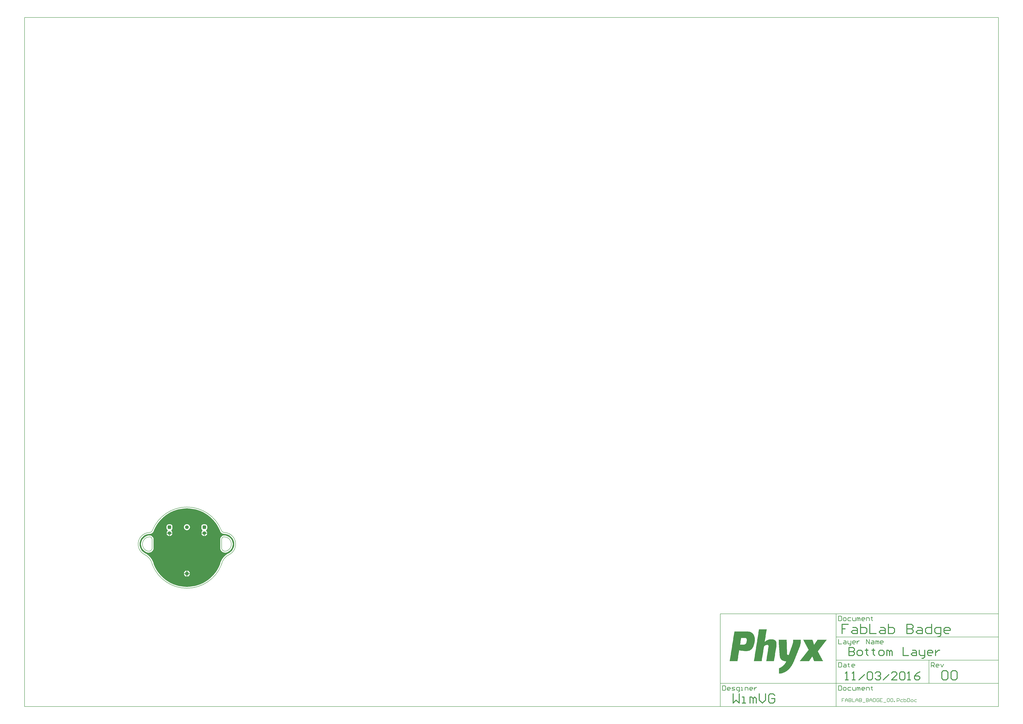
<source format=gbl>
G04 Layer_Physical_Order=2*
G04 Layer_Color=40191*
%FSLAX25Y25*%
%MOIN*%
G70*
G01*
G75*
%ADD11C,0.01575*%
%ADD12C,0.00787*%
%ADD13C,0.00984*%
%ADD14C,0.06299*%
G04:AMPARAMS|DCode=15|XSize=60mil|YSize=60mil|CornerRadius=15mil|HoleSize=0mil|Usage=FLASHONLY|Rotation=90.000|XOffset=0mil|YOffset=0mil|HoleType=Round|Shape=RoundedRectangle|*
%AMROUNDEDRECTD15*
21,1,0.06000,0.03000,0,0,90.0*
21,1,0.03000,0.06000,0,0,90.0*
1,1,0.03000,0.01500,0.01500*
1,1,0.03000,0.01500,-0.01500*
1,1,0.03000,-0.01500,-0.01500*
1,1,0.03000,-0.01500,0.01500*
%
%ADD15ROUNDEDRECTD15*%
%ADD16C,0.06000*%
G36*
X4757Y60440D02*
X9484Y59880D01*
X14153Y58951D01*
X18735Y57659D01*
X23201Y56012D01*
X27524Y54019D01*
X31677Y51693D01*
X35636Y49048D01*
X39374Y46101D01*
X42869Y42869D01*
X46101Y39374D01*
X49048Y35636D01*
X51693Y31677D01*
X54019Y27524D01*
X55576Y24147D01*
X56176Y22697D01*
X56180Y22676D01*
X56188Y22664D01*
X56379Y22139D01*
X57113Y20766D01*
X58100Y19563D01*
X59304Y18575D01*
X60676Y17842D01*
X62166Y17390D01*
X62856Y17313D01*
X63113Y17262D01*
X63257Y17290D01*
X64395Y17226D01*
X64399Y17226D01*
X65374Y17162D01*
X67595Y16720D01*
X69739Y15993D01*
X71770Y14991D01*
X73653Y13733D01*
X75355Y12240D01*
X76848Y10538D01*
X78106Y8655D01*
X79108Y6624D01*
X79835Y4480D01*
X80277Y2259D01*
X80425Y0D01*
X80277Y-2259D01*
X79835Y-4480D01*
X79108Y-6624D01*
X78106Y-8655D01*
X76848Y-10538D01*
X75355Y-12240D01*
X73653Y-13733D01*
X71842Y-14943D01*
X71250Y-15189D01*
X68527Y-16693D01*
X65990Y-18493D01*
X63670Y-20566D01*
X61598Y-22886D01*
X59798Y-25423D01*
X58293Y-28145D01*
X57102Y-31019D01*
X56241Y-34008D01*
X56121Y-34715D01*
X56012Y-35012D01*
X54019Y-39335D01*
X51693Y-43488D01*
X49048Y-47447D01*
X46101Y-51185D01*
X42869Y-54681D01*
X39374Y-57912D01*
X35636Y-60859D01*
X31677Y-63504D01*
X27524Y-65830D01*
X23201Y-67823D01*
X18735Y-69470D01*
X14153Y-70763D01*
X9484Y-71691D01*
X4757Y-72251D01*
X0Y-72438D01*
X-4757Y-72251D01*
X-9484Y-71691D01*
X-14153Y-70763D01*
X-18735Y-69470D01*
X-23201Y-67823D01*
X-27524Y-65830D01*
X-31677Y-63504D01*
X-35636Y-60859D01*
X-39374Y-57912D01*
X-42869Y-54681D01*
X-46101Y-51185D01*
X-49048Y-47447D01*
X-51693Y-43488D01*
X-54019Y-39335D01*
X-56012Y-35012D01*
X-56121Y-34715D01*
X-56241Y-34008D01*
X-57102Y-31019D01*
X-58293Y-28145D01*
X-59798Y-25423D01*
X-61598Y-22886D01*
X-63671Y-20566D01*
X-65990Y-18493D01*
X-68527Y-16693D01*
X-71250Y-15189D01*
X-71842Y-14943D01*
X-73653Y-13733D01*
X-75355Y-12240D01*
X-76848Y-10538D01*
X-78106Y-8655D01*
X-79108Y-6624D01*
X-79835Y-4480D01*
X-80277Y-2259D01*
X-80425Y0D01*
X-80277Y2259D01*
X-79835Y4480D01*
X-79108Y6624D01*
X-78106Y8655D01*
X-76848Y10538D01*
X-75355Y12240D01*
X-73653Y13733D01*
X-71770Y14991D01*
X-69739Y15993D01*
X-67595Y16720D01*
X-65374Y17162D01*
X-64399Y17226D01*
X-64395Y17226D01*
X-63257Y17290D01*
X-63113Y17262D01*
X-62856Y17313D01*
X-62166Y17390D01*
X-60676Y17842D01*
X-59304Y18575D01*
X-58100Y19563D01*
X-57113Y20766D01*
X-56379Y22139D01*
X-56188Y22664D01*
X-56180Y22676D01*
X-56176Y22697D01*
X-55576Y24147D01*
X-54019Y27524D01*
X-51693Y31677D01*
X-49048Y35636D01*
X-46101Y39374D01*
X-42869Y42869D01*
X-39374Y46101D01*
X-35636Y49048D01*
X-31677Y51693D01*
X-27524Y54019D01*
X-23201Y56012D01*
X-18735Y57659D01*
X-14153Y58951D01*
X-9484Y59880D01*
X-4757Y60440D01*
X0Y60627D01*
X4757Y60440D01*
D02*
G37*
%LPC*%
G36*
X591Y-44916D02*
Y-49409D01*
X5085D01*
X4986Y-48664D01*
X4471Y-47419D01*
X3650Y-46350D01*
X2581Y-45529D01*
X1336Y-45014D01*
X591Y-44916D01*
D02*
G37*
G36*
X62992Y14858D02*
X62814Y14823D01*
X62012Y14728D01*
X60762Y14349D01*
X59610Y13733D01*
X58600Y12905D01*
X57772Y11895D01*
X57156Y10743D01*
X56777Y9493D01*
X56649Y8194D01*
X56669Y7987D01*
X56647Y7874D01*
Y-7874D01*
X56830Y-8796D01*
X56892Y-8889D01*
X56989Y-9208D01*
X57786Y-10699D01*
X58859Y-12007D01*
X60167Y-13080D01*
X61659Y-13877D01*
X63277Y-14368D01*
X64961Y-14534D01*
X66644Y-14368D01*
X67527Y-14101D01*
X67682Y-14070D01*
X67688Y-14087D01*
X67851Y-14036D01*
X67914Y-13994D01*
X69737Y-13239D01*
X71725Y-12020D01*
X73498Y-10506D01*
X75012Y-8733D01*
X76231Y-6745D01*
X77123Y-4591D01*
X77667Y-2324D01*
X77850Y0D01*
X77667Y2324D01*
X77123Y4591D01*
X76231Y6745D01*
X75012Y8733D01*
X73498Y10506D01*
X71725Y12020D01*
X69737Y13239D01*
X67584Y14131D01*
X65316Y14675D01*
X62996Y14858D01*
X62996Y14858D01*
X62992Y14858D01*
D02*
G37*
G36*
X-30118Y18032D02*
X-34461D01*
X-34368Y17325D01*
X-33867Y16116D01*
X-33071Y15078D01*
X-32033Y14282D01*
X-30825Y13781D01*
X-30118Y13688D01*
Y18032D01*
D02*
G37*
G36*
X5085Y-50591D02*
X591D01*
Y-55085D01*
X1336Y-54986D01*
X2581Y-54471D01*
X3650Y-53650D01*
X4471Y-52581D01*
X4986Y-51336D01*
X5085Y-50591D01*
D02*
G37*
G36*
X-591Y-44916D02*
X-1336Y-45014D01*
X-2581Y-45529D01*
X-3650Y-46350D01*
X-4471Y-47419D01*
X-4986Y-48664D01*
X-5085Y-49409D01*
X-591D01*
Y-44916D01*
D02*
G37*
G36*
Y-50591D02*
X-5085D01*
X-4986Y-51336D01*
X-4471Y-52581D01*
X-3650Y-53650D01*
X-2581Y-54471D01*
X-1336Y-54986D01*
X-591Y-55085D01*
Y-50591D01*
D02*
G37*
G36*
X28937Y18032D02*
X24594D01*
X24687Y17325D01*
X25188Y16116D01*
X25984Y15078D01*
X27022Y14282D01*
X28231Y13781D01*
X28937Y13688D01*
Y18032D01*
D02*
G37*
G36*
X-28028Y33621D02*
X-31028D01*
X-31933Y33501D01*
X-32777Y33152D01*
X-33501Y32596D01*
X-34057Y31871D01*
X-34407Y31027D01*
X-34526Y30122D01*
Y27122D01*
X-34407Y26217D01*
X-34057Y25373D01*
X-33501Y24648D01*
X-32947Y24223D01*
X-32778Y23426D01*
X-32780Y22389D01*
X-33071Y22166D01*
X-33867Y21128D01*
X-34368Y19919D01*
X-34461Y19213D01*
X-29528D01*
X-24594D01*
X-24687Y19919D01*
X-25188Y21128D01*
X-25984Y22166D01*
X-26275Y22389D01*
X-26277Y23426D01*
X-26108Y24223D01*
X-25554Y24648D01*
X-24998Y25373D01*
X-24648Y26217D01*
X-24529Y27122D01*
Y30122D01*
X-24648Y31027D01*
X-24998Y31871D01*
X-25554Y32596D01*
X-26278Y33152D01*
X-27122Y33501D01*
X-28028Y33621D01*
D02*
G37*
G36*
X31028D02*
X28028D01*
X27122Y33501D01*
X26278Y33152D01*
X25554Y32596D01*
X24998Y31871D01*
X24648Y31027D01*
X24529Y30122D01*
Y27122D01*
X24648Y26217D01*
X24998Y25373D01*
X25554Y24648D01*
X26108Y24223D01*
X26277Y23426D01*
X26275Y22389D01*
X25984Y22166D01*
X25188Y21128D01*
X24687Y19919D01*
X24594Y19213D01*
X29528D01*
X34461D01*
X34368Y19919D01*
X33867Y21128D01*
X33071Y22166D01*
X32780Y22389D01*
X32778Y23426D01*
X32947Y24223D01*
X33501Y24648D01*
X34057Y25373D01*
X34407Y26217D01*
X34526Y27122D01*
Y30122D01*
X34407Y31027D01*
X34057Y31871D01*
X33501Y32596D01*
X32777Y33152D01*
X31933Y33501D01*
X31028Y33621D01*
D02*
G37*
G36*
X0Y33902D02*
X-1336Y33727D01*
X-2581Y33211D01*
X-3650Y32390D01*
X-4471Y31321D01*
X-4986Y30076D01*
X-5162Y28740D01*
X-4986Y27404D01*
X-4471Y26159D01*
X-3650Y25090D01*
X-2581Y24270D01*
X-1336Y23754D01*
X0Y23578D01*
X1336Y23754D01*
X2581Y24270D01*
X3650Y25090D01*
X4471Y26159D01*
X4986Y27404D01*
X5162Y28740D01*
X4986Y30076D01*
X4471Y31321D01*
X3650Y32390D01*
X2581Y33211D01*
X1336Y33727D01*
X0Y33902D01*
D02*
G37*
G36*
X-24594Y18032D02*
X-28937D01*
Y13688D01*
X-28231Y13781D01*
X-27022Y14282D01*
X-25984Y15078D01*
X-25188Y16116D01*
X-24687Y17325D01*
X-24594Y18032D01*
D02*
G37*
G36*
X34461D02*
X30118D01*
Y13688D01*
X30825Y13781D01*
X32033Y14282D01*
X33071Y15078D01*
X33867Y16116D01*
X34368Y17325D01*
X34461Y18032D01*
D02*
G37*
G36*
X-62992Y14858D02*
X-62996Y14858D01*
X-62996D01*
X-65316Y14675D01*
X-67584Y14131D01*
X-69737Y13239D01*
X-71725Y12020D01*
X-73498Y10506D01*
X-75012Y8733D01*
X-76231Y6745D01*
X-77123Y4591D01*
X-77667Y2324D01*
X-77850Y0D01*
X-77667Y-2324D01*
X-77123Y-4591D01*
X-76231Y-6745D01*
X-75012Y-8733D01*
X-73498Y-10506D01*
X-71725Y-12020D01*
X-69737Y-13239D01*
X-67914Y-13994D01*
X-67851Y-14036D01*
X-67688Y-14087D01*
X-67682Y-14070D01*
X-67527Y-14101D01*
X-66644Y-14368D01*
X-64961Y-14534D01*
X-63277Y-14368D01*
X-61659Y-13877D01*
X-60167Y-13080D01*
X-58859Y-12007D01*
X-57786Y-10699D01*
X-56989Y-9208D01*
X-56892Y-8889D01*
X-56830Y-8796D01*
X-56647Y-7874D01*
Y7874D01*
X-56669Y7987D01*
X-56649Y8194D01*
X-56777Y9493D01*
X-57156Y10743D01*
X-57772Y11895D01*
X-58600Y12905D01*
X-59610Y13733D01*
X-60762Y14349D01*
X-62012Y14728D01*
X-62657Y14792D01*
X-62814Y14823D01*
Y14823D01*
X-62992Y14858D01*
D02*
G37*
%LPD*%
G36*
X1042339Y-162457D02*
Y-162743D01*
Y-163030D01*
Y-163316D01*
Y-163602D01*
Y-163889D01*
Y-164175D01*
Y-164461D01*
Y-164748D01*
Y-165034D01*
Y-165320D01*
Y-165607D01*
Y-165893D01*
Y-166179D01*
Y-166466D01*
Y-166752D01*
Y-167038D01*
Y-167324D01*
Y-167611D01*
Y-167897D01*
Y-168183D01*
X1042053D01*
Y-168470D01*
Y-168756D01*
Y-169042D01*
Y-169329D01*
Y-169615D01*
X1041767D01*
Y-169901D01*
Y-170188D01*
Y-170474D01*
Y-170760D01*
X1041481D01*
Y-171047D01*
Y-171333D01*
Y-171619D01*
Y-171906D01*
X1041194D01*
Y-172192D01*
Y-172478D01*
Y-172764D01*
X1040908D01*
Y-173051D01*
Y-173337D01*
Y-173623D01*
X1040622D01*
Y-173910D01*
Y-174196D01*
Y-174482D01*
X1040335D01*
Y-174769D01*
Y-175055D01*
Y-175341D01*
X1040049D01*
Y-175628D01*
Y-175914D01*
X1039763D01*
Y-176200D01*
Y-176487D01*
X1039476D01*
Y-176773D01*
Y-177059D01*
Y-177345D01*
X1039190D01*
Y-177632D01*
Y-177918D01*
X1038904D01*
Y-178204D01*
Y-178491D01*
Y-178777D01*
X1038617D01*
Y-179063D01*
Y-179350D01*
X1038331D01*
Y-179636D01*
Y-179922D01*
Y-180209D01*
X1038045D01*
Y-180495D01*
Y-180781D01*
X1037758D01*
Y-181068D01*
Y-181354D01*
Y-181640D01*
X1037472D01*
Y-181926D01*
Y-182213D01*
X1037186D01*
Y-182499D01*
Y-182785D01*
Y-183072D01*
X1036899D01*
Y-183358D01*
Y-183644D01*
X1036613D01*
Y-183931D01*
Y-184217D01*
Y-184503D01*
X1036327D01*
Y-184790D01*
Y-185076D01*
X1036041D01*
Y-185362D01*
Y-185649D01*
Y-185935D01*
X1035754D01*
Y-186221D01*
Y-186507D01*
X1035468D01*
Y-186794D01*
Y-187080D01*
Y-187366D01*
X1035182D01*
Y-187653D01*
Y-187939D01*
X1034895D01*
Y-188225D01*
Y-188512D01*
Y-188798D01*
X1034609D01*
Y-189084D01*
Y-189371D01*
X1034323D01*
Y-189657D01*
Y-189943D01*
Y-190229D01*
X1034036D01*
Y-190516D01*
Y-190802D01*
X1033750D01*
Y-191088D01*
Y-191375D01*
Y-191661D01*
X1033464D01*
Y-191947D01*
Y-192234D01*
X1033177D01*
Y-192520D01*
Y-192806D01*
Y-193093D01*
X1032891D01*
Y-193379D01*
Y-193665D01*
X1032605D01*
Y-193952D01*
Y-194238D01*
Y-194524D01*
X1032318D01*
Y-194810D01*
Y-195097D01*
X1032032D01*
Y-195383D01*
Y-195669D01*
Y-195956D01*
X1031746D01*
Y-196242D01*
Y-196528D01*
X1031460D01*
Y-196815D01*
Y-197101D01*
Y-197387D01*
X1031173D01*
Y-197674D01*
Y-197960D01*
X1030887D01*
Y-198246D01*
Y-198533D01*
Y-198819D01*
X1030601D01*
Y-199105D01*
Y-199391D01*
X1030314D01*
Y-199678D01*
Y-199964D01*
X1030028D01*
Y-200251D01*
Y-200537D01*
X1029742D01*
Y-200823D01*
Y-201109D01*
Y-201396D01*
X1029455D01*
Y-201682D01*
X1029169D01*
Y-201968D01*
Y-202255D01*
Y-202541D01*
X1028883D01*
Y-202827D01*
X1028596D01*
Y-203114D01*
Y-203400D01*
X1028310D01*
Y-203686D01*
Y-203973D01*
X1028024D01*
Y-204259D01*
Y-204545D01*
X1027738D01*
Y-204832D01*
Y-205118D01*
X1027451D01*
Y-205404D01*
X1027165D01*
Y-205690D01*
Y-205977D01*
X1026879D01*
Y-206263D01*
Y-206549D01*
X1026592D01*
Y-206836D01*
X1026306D01*
Y-207122D01*
X1026020D01*
Y-207408D01*
Y-207695D01*
X1025733D01*
Y-207981D01*
X1025447D01*
Y-208267D01*
Y-208554D01*
X1025161D01*
Y-208840D01*
X1024874D01*
Y-209126D01*
X1024588D01*
Y-209413D01*
Y-209699D01*
X1024302D01*
Y-209985D01*
X1024015D01*
Y-210271D01*
X1023729D01*
Y-210558D01*
X1023443D01*
Y-210844D01*
X1023157D01*
Y-211130D01*
Y-211417D01*
X1022870D01*
Y-211703D01*
X1022584D01*
Y-211989D01*
X1022297D01*
Y-212276D01*
X1022011D01*
Y-212562D01*
X1021725D01*
Y-212848D01*
X1021439D01*
Y-213135D01*
X1021152D01*
Y-213421D01*
X1020580D01*
Y-213707D01*
X1020293D01*
Y-213994D01*
X1020007D01*
Y-214280D01*
X1019721D01*
Y-214566D01*
X1019434D01*
Y-214852D01*
X1018862D01*
Y-215139D01*
X1018575D01*
Y-215425D01*
X1018003D01*
Y-215711D01*
X1017717D01*
Y-215998D01*
X1017144D01*
Y-216284D01*
X1016858D01*
Y-216570D01*
X1016285D01*
Y-216857D01*
X1015712D01*
Y-217143D01*
X1015140D01*
Y-217429D01*
X1014567D01*
Y-217716D01*
X1013995D01*
Y-218002D01*
X1013136D01*
Y-218288D01*
X1012563D01*
Y-218575D01*
X1011704D01*
Y-218861D01*
X1010559D01*
Y-219147D01*
X1009414D01*
Y-219433D01*
X1007696D01*
Y-219720D01*
X1005691D01*
Y-220006D01*
X1005405D01*
Y-219720D01*
Y-219433D01*
Y-219147D01*
Y-218861D01*
Y-218575D01*
Y-218288D01*
Y-218002D01*
Y-217716D01*
Y-217429D01*
Y-217143D01*
Y-216857D01*
Y-216570D01*
Y-216284D01*
Y-215998D01*
Y-215711D01*
Y-215425D01*
Y-215139D01*
Y-214852D01*
Y-214566D01*
Y-214280D01*
Y-213994D01*
Y-213707D01*
Y-213421D01*
Y-213135D01*
Y-212848D01*
Y-212562D01*
Y-212276D01*
Y-211989D01*
Y-211703D01*
Y-211417D01*
Y-211130D01*
Y-210844D01*
Y-210558D01*
X1005978D01*
Y-210271D01*
X1006550D01*
Y-209985D01*
X1007123D01*
Y-209699D01*
X1007696D01*
Y-209413D01*
X1008268D01*
Y-209126D01*
X1008841D01*
Y-208840D01*
X1009127D01*
Y-208554D01*
X1009700D01*
Y-208267D01*
X1009986D01*
Y-207981D01*
X1010559D01*
Y-207695D01*
X1010845D01*
Y-207408D01*
X1011131D01*
Y-207122D01*
X1011704D01*
Y-206836D01*
X1011990D01*
Y-206549D01*
X1012277D01*
Y-206263D01*
X1012563D01*
Y-205977D01*
X1012849D01*
Y-205690D01*
X1013136D01*
Y-205404D01*
X1013422D01*
Y-205118D01*
X1013708D01*
Y-204832D01*
X1013995D01*
Y-204545D01*
X1014281D01*
Y-204259D01*
X1014567D01*
Y-203973D01*
X1014853D01*
Y-203686D01*
Y-203400D01*
X1015140D01*
Y-203114D01*
X1015426D01*
Y-202827D01*
X1015712D01*
Y-202541D01*
Y-202255D01*
X1015999D01*
Y-201968D01*
X1016285D01*
Y-201682D01*
Y-201396D01*
X1016571D01*
Y-201109D01*
Y-200823D01*
X1016858D01*
Y-200537D01*
X1017144D01*
Y-200251D01*
Y-199964D01*
X1017430D01*
Y-199678D01*
Y-199391D01*
X1017717D01*
Y-199105D01*
Y-198819D01*
X1015999D01*
Y-198533D01*
X1013995D01*
Y-198246D01*
X1012849D01*
Y-197960D01*
X1012277D01*
Y-197674D01*
X1011418D01*
Y-197387D01*
X1010845D01*
Y-197101D01*
X1010559D01*
Y-196815D01*
X1009986D01*
Y-196528D01*
X1009700D01*
Y-196242D01*
X1009414D01*
Y-195956D01*
X1009127D01*
Y-195669D01*
X1008841D01*
Y-195383D01*
X1008554D01*
Y-195097D01*
Y-194810D01*
X1008268D01*
Y-194524D01*
X1007982D01*
Y-194238D01*
Y-193952D01*
X1007696D01*
Y-193665D01*
Y-193379D01*
X1007409D01*
Y-193093D01*
Y-192806D01*
X1007123D01*
Y-192520D01*
Y-192234D01*
Y-191947D01*
X1006837D01*
Y-191661D01*
Y-191375D01*
Y-191088D01*
Y-190802D01*
X1006550D01*
Y-190516D01*
Y-190229D01*
Y-189943D01*
Y-189657D01*
Y-189371D01*
Y-189084D01*
Y-188798D01*
X1006264D01*
Y-188512D01*
Y-188225D01*
Y-187939D01*
Y-187653D01*
Y-187366D01*
Y-187080D01*
Y-186794D01*
Y-186507D01*
Y-186221D01*
Y-185935D01*
Y-185649D01*
Y-185362D01*
Y-185076D01*
Y-184790D01*
Y-184503D01*
X1005978D01*
Y-184217D01*
Y-183931D01*
Y-183644D01*
Y-183358D01*
Y-183072D01*
Y-182785D01*
Y-182499D01*
Y-182213D01*
Y-181926D01*
Y-181640D01*
Y-181354D01*
Y-181068D01*
Y-180781D01*
Y-180495D01*
Y-180209D01*
X1005691D01*
Y-179922D01*
Y-179636D01*
Y-179350D01*
Y-179063D01*
Y-178777D01*
Y-178491D01*
Y-178204D01*
Y-177918D01*
Y-177632D01*
Y-177345D01*
Y-177059D01*
Y-176773D01*
Y-176487D01*
Y-176200D01*
Y-175914D01*
Y-175628D01*
X1005405D01*
Y-175341D01*
Y-175055D01*
Y-174769D01*
Y-174482D01*
Y-174196D01*
Y-173910D01*
Y-173623D01*
Y-173337D01*
Y-173051D01*
Y-172764D01*
Y-172478D01*
Y-172192D01*
Y-171906D01*
Y-171619D01*
Y-171333D01*
Y-171047D01*
X1005119D01*
Y-170760D01*
Y-170474D01*
Y-170188D01*
Y-169901D01*
Y-169615D01*
Y-169329D01*
Y-169042D01*
Y-168756D01*
Y-168470D01*
Y-168183D01*
Y-167897D01*
Y-167611D01*
Y-167324D01*
Y-167038D01*
X1004832D01*
Y-166752D01*
Y-166466D01*
Y-166179D01*
Y-165893D01*
Y-165607D01*
Y-165320D01*
Y-165034D01*
Y-164748D01*
Y-164461D01*
Y-164175D01*
Y-163889D01*
Y-163602D01*
Y-163316D01*
Y-163030D01*
Y-162743D01*
Y-162457D01*
X1004546D01*
Y-162171D01*
X1018289D01*
Y-162457D01*
Y-162743D01*
Y-163030D01*
Y-163316D01*
Y-163602D01*
Y-163889D01*
Y-164175D01*
Y-164461D01*
Y-164748D01*
Y-165034D01*
Y-165320D01*
Y-165607D01*
Y-165893D01*
Y-166179D01*
X1018575D01*
Y-166466D01*
Y-166752D01*
Y-167038D01*
Y-167324D01*
Y-167611D01*
Y-167897D01*
Y-168183D01*
Y-168470D01*
Y-168756D01*
Y-169042D01*
Y-169329D01*
Y-169615D01*
Y-169901D01*
Y-170188D01*
Y-170474D01*
Y-170760D01*
Y-171047D01*
Y-171333D01*
Y-171619D01*
Y-171906D01*
Y-172192D01*
Y-172478D01*
Y-172764D01*
Y-173051D01*
Y-173337D01*
Y-173623D01*
Y-173910D01*
Y-174196D01*
Y-174482D01*
Y-174769D01*
Y-175055D01*
Y-175341D01*
Y-175628D01*
Y-175914D01*
Y-176200D01*
Y-176487D01*
Y-176773D01*
Y-177059D01*
Y-177345D01*
Y-177632D01*
Y-177918D01*
X1018862D01*
Y-178204D01*
X1018575D01*
Y-178491D01*
Y-178777D01*
X1018862D01*
Y-179063D01*
Y-179350D01*
Y-179636D01*
Y-179922D01*
Y-180209D01*
Y-180495D01*
Y-180781D01*
Y-181068D01*
Y-181354D01*
Y-181640D01*
Y-181926D01*
Y-182213D01*
Y-182499D01*
Y-182785D01*
Y-183072D01*
Y-183358D01*
Y-183644D01*
Y-183931D01*
Y-184217D01*
Y-184503D01*
Y-184790D01*
Y-185076D01*
Y-185362D01*
Y-185649D01*
Y-185935D01*
Y-186221D01*
X1019148D01*
Y-186507D01*
Y-186794D01*
Y-187080D01*
X1019434D01*
Y-187366D01*
X1019721D01*
Y-187653D01*
X1020007D01*
Y-187939D01*
X1020866D01*
Y-188225D01*
X1021725D01*
Y-187939D01*
X1022011D01*
Y-187653D01*
Y-187366D01*
Y-187080D01*
X1022297D01*
Y-186794D01*
Y-186507D01*
X1022584D01*
Y-186221D01*
Y-185935D01*
Y-185649D01*
X1022870D01*
Y-185362D01*
Y-185076D01*
Y-184790D01*
X1023157D01*
Y-184503D01*
Y-184217D01*
Y-183931D01*
X1023443D01*
Y-183644D01*
Y-183358D01*
Y-183072D01*
X1023729D01*
Y-182785D01*
Y-182499D01*
X1024015D01*
Y-182213D01*
Y-181926D01*
Y-181640D01*
X1024302D01*
Y-181354D01*
Y-181068D01*
Y-180781D01*
X1024588D01*
Y-180495D01*
Y-180209D01*
Y-179922D01*
X1024874D01*
Y-179636D01*
Y-179350D01*
X1025161D01*
Y-179063D01*
Y-178777D01*
Y-178491D01*
X1025447D01*
Y-178204D01*
Y-177918D01*
Y-177632D01*
X1025733D01*
Y-177345D01*
Y-177059D01*
Y-176773D01*
X1026020D01*
Y-176487D01*
Y-176200D01*
X1026306D01*
Y-175914D01*
Y-175628D01*
Y-175341D01*
X1026592D01*
Y-175055D01*
Y-174769D01*
Y-174482D01*
X1026879D01*
Y-174196D01*
Y-173910D01*
Y-173623D01*
X1027165D01*
Y-173337D01*
Y-173051D01*
X1027451D01*
Y-172764D01*
Y-172478D01*
Y-172192D01*
X1027738D01*
Y-171906D01*
Y-171619D01*
Y-171333D01*
X1028024D01*
Y-171047D01*
Y-170760D01*
Y-170474D01*
X1028310D01*
Y-170188D01*
Y-169901D01*
Y-169615D01*
Y-169329D01*
X1028596D01*
Y-169042D01*
Y-168756D01*
Y-168470D01*
Y-168183D01*
X1028883D01*
Y-167897D01*
Y-167611D01*
Y-167324D01*
Y-167038D01*
Y-166752D01*
X1029169D01*
Y-166466D01*
Y-166179D01*
Y-165893D01*
Y-165607D01*
Y-165320D01*
Y-165034D01*
X1029455D01*
Y-164748D01*
Y-164461D01*
Y-164175D01*
Y-163889D01*
Y-163602D01*
Y-163316D01*
Y-163030D01*
Y-162743D01*
Y-162457D01*
Y-162171D01*
X1042339D01*
Y-162457D01*
D02*
G37*
G36*
X984504Y-144992D02*
Y-145278D01*
X984218D01*
Y-145565D01*
Y-145851D01*
Y-146137D01*
Y-146424D01*
Y-146710D01*
Y-146996D01*
X983932D01*
Y-147283D01*
Y-147569D01*
Y-147855D01*
Y-148142D01*
Y-148428D01*
Y-148714D01*
X983645D01*
Y-149001D01*
Y-149287D01*
Y-149573D01*
Y-149859D01*
Y-150146D01*
Y-150432D01*
Y-150718D01*
X983359D01*
Y-151005D01*
Y-151291D01*
Y-151577D01*
Y-151864D01*
Y-152150D01*
Y-152436D01*
X983073D01*
Y-152723D01*
Y-153009D01*
Y-153295D01*
Y-153582D01*
Y-153868D01*
Y-154154D01*
X982786D01*
Y-154440D01*
Y-154727D01*
Y-155013D01*
Y-155299D01*
Y-155586D01*
Y-155872D01*
Y-156158D01*
X982500D01*
Y-156445D01*
Y-156731D01*
Y-157017D01*
Y-157304D01*
Y-157590D01*
Y-157876D01*
X982214D01*
Y-158162D01*
Y-158449D01*
Y-158735D01*
Y-159021D01*
Y-159308D01*
Y-159594D01*
X981927D01*
Y-159880D01*
Y-160167D01*
Y-160453D01*
Y-160739D01*
Y-161026D01*
Y-161312D01*
X981641D01*
Y-161598D01*
Y-161884D01*
Y-162171D01*
Y-162457D01*
Y-162743D01*
Y-163030D01*
Y-163316D01*
X981355D01*
Y-163602D01*
Y-163889D01*
Y-164175D01*
Y-164461D01*
Y-164748D01*
Y-165034D01*
X981069D01*
Y-165320D01*
Y-165607D01*
X981641D01*
Y-165320D01*
X981927D01*
Y-165034D01*
X982214D01*
Y-164748D01*
X982786D01*
Y-164461D01*
X983073D01*
Y-164175D01*
X983359D01*
Y-163889D01*
X983932D01*
Y-163602D01*
X984504D01*
Y-163316D01*
X984791D01*
Y-163030D01*
X985363D01*
Y-162743D01*
X986222D01*
Y-162457D01*
X986795D01*
Y-162171D01*
X987654D01*
Y-161884D01*
X989085D01*
Y-161598D01*
X995384D01*
Y-161884D01*
X996529D01*
Y-162171D01*
X997388D01*
Y-162457D01*
X997961D01*
Y-162743D01*
X998247D01*
Y-163030D01*
X998820D01*
Y-163316D01*
X999106D01*
Y-163602D01*
X999393D01*
Y-163889D01*
X999679D01*
Y-164175D01*
X999965D01*
Y-164461D01*
Y-164748D01*
X1000251D01*
Y-165034D01*
Y-165320D01*
X1000538D01*
Y-165607D01*
Y-165893D01*
Y-166179D01*
X1000824D01*
Y-166466D01*
Y-166752D01*
Y-167038D01*
Y-167324D01*
X1001110D01*
Y-167611D01*
Y-167897D01*
Y-168183D01*
Y-168470D01*
Y-168756D01*
Y-169042D01*
Y-169329D01*
Y-169615D01*
Y-169901D01*
Y-170188D01*
Y-170474D01*
Y-170760D01*
Y-171047D01*
Y-171333D01*
Y-171619D01*
Y-171906D01*
Y-172192D01*
Y-172478D01*
X1000824D01*
Y-172764D01*
Y-173051D01*
Y-173337D01*
Y-173623D01*
Y-173910D01*
Y-174196D01*
Y-174482D01*
X1000538D01*
Y-174769D01*
Y-175055D01*
Y-175341D01*
Y-175628D01*
Y-175914D01*
Y-176200D01*
Y-176487D01*
X1000251D01*
Y-176773D01*
Y-177059D01*
Y-177345D01*
Y-177632D01*
Y-177918D01*
Y-178204D01*
X999965D01*
Y-178491D01*
Y-178777D01*
Y-179063D01*
Y-179350D01*
Y-179636D01*
Y-179922D01*
X999679D01*
Y-180209D01*
Y-180495D01*
Y-180781D01*
Y-181068D01*
Y-181354D01*
Y-181640D01*
X999393D01*
Y-181926D01*
Y-182213D01*
Y-182499D01*
Y-182785D01*
Y-183072D01*
Y-183358D01*
Y-183644D01*
X999106D01*
Y-183931D01*
Y-184217D01*
Y-184503D01*
Y-184790D01*
Y-185076D01*
Y-185362D01*
X998820D01*
Y-185649D01*
Y-185935D01*
Y-186221D01*
Y-186507D01*
Y-186794D01*
Y-187080D01*
X998534D01*
Y-187366D01*
Y-187653D01*
Y-187939D01*
Y-188225D01*
Y-188512D01*
Y-188798D01*
Y-189084D01*
X998247D01*
Y-189371D01*
Y-189657D01*
Y-189943D01*
Y-190229D01*
Y-190516D01*
Y-190802D01*
X997961D01*
Y-191088D01*
Y-191375D01*
Y-191661D01*
Y-191947D01*
Y-192234D01*
Y-192520D01*
X997675D01*
Y-192806D01*
Y-193093D01*
Y-193379D01*
Y-193665D01*
Y-193952D01*
Y-194238D01*
X997388D01*
Y-194524D01*
Y-194810D01*
Y-195097D01*
Y-195383D01*
Y-195669D01*
Y-195956D01*
Y-196242D01*
X997102D01*
Y-196528D01*
Y-196815D01*
Y-197101D01*
Y-197387D01*
Y-197674D01*
Y-197960D01*
X996816D01*
Y-198246D01*
Y-198533D01*
X983645D01*
Y-198246D01*
Y-197960D01*
X983932D01*
Y-197674D01*
Y-197387D01*
Y-197101D01*
Y-196815D01*
Y-196528D01*
Y-196242D01*
X984218D01*
Y-195956D01*
Y-195669D01*
Y-195383D01*
Y-195097D01*
Y-194810D01*
Y-194524D01*
Y-194238D01*
X984504D01*
Y-193952D01*
Y-193665D01*
Y-193379D01*
Y-193093D01*
Y-192806D01*
Y-192520D01*
X984791D01*
Y-192234D01*
Y-191947D01*
Y-191661D01*
Y-191375D01*
Y-191088D01*
Y-190802D01*
X985077D01*
Y-190516D01*
Y-190229D01*
Y-189943D01*
Y-189657D01*
Y-189371D01*
Y-189084D01*
Y-188798D01*
X985363D01*
Y-188512D01*
Y-188225D01*
Y-187939D01*
Y-187653D01*
Y-187366D01*
Y-187080D01*
X985649D01*
Y-186794D01*
Y-186507D01*
Y-186221D01*
Y-185935D01*
Y-185649D01*
Y-185362D01*
Y-185076D01*
X985936D01*
Y-184790D01*
Y-184503D01*
Y-184217D01*
Y-183931D01*
Y-183644D01*
Y-183358D01*
X986222D01*
Y-183072D01*
Y-182785D01*
Y-182499D01*
Y-182213D01*
Y-181926D01*
Y-181640D01*
X986508D01*
Y-181354D01*
Y-181068D01*
Y-180781D01*
Y-180495D01*
Y-180209D01*
Y-179922D01*
X986795D01*
Y-179636D01*
Y-179350D01*
Y-179063D01*
Y-178777D01*
Y-178491D01*
Y-178204D01*
Y-177918D01*
X987081D01*
Y-177632D01*
Y-177345D01*
Y-177059D01*
Y-176773D01*
Y-176487D01*
Y-176200D01*
X987367D01*
Y-175914D01*
Y-175628D01*
Y-175341D01*
Y-175055D01*
Y-174769D01*
Y-174482D01*
Y-174196D01*
X987654D01*
Y-173910D01*
Y-173623D01*
Y-173337D01*
Y-173051D01*
Y-172764D01*
Y-172478D01*
X987367D01*
Y-172192D01*
Y-171906D01*
X987081D01*
Y-171619D01*
X986795D01*
Y-171333D01*
X986222D01*
Y-171047D01*
X984504D01*
Y-171333D01*
X983073D01*
Y-171619D01*
X982214D01*
Y-171906D01*
X981641D01*
Y-172192D01*
X981355D01*
Y-172478D01*
X980782D01*
Y-172764D01*
X980496D01*
Y-173051D01*
X980210D01*
Y-173337D01*
Y-173623D01*
X979923D01*
Y-173910D01*
Y-174196D01*
Y-174482D01*
X979637D01*
Y-174769D01*
Y-175055D01*
Y-175341D01*
Y-175628D01*
Y-175914D01*
Y-176200D01*
X979351D01*
Y-176487D01*
Y-176773D01*
Y-177059D01*
Y-177345D01*
Y-177632D01*
Y-177918D01*
Y-178204D01*
X979064D01*
Y-178491D01*
Y-178777D01*
Y-179063D01*
Y-179350D01*
Y-179636D01*
Y-179922D01*
X978778D01*
Y-180209D01*
Y-180495D01*
Y-180781D01*
Y-181068D01*
Y-181354D01*
Y-181640D01*
X978492D01*
Y-181926D01*
Y-182213D01*
Y-182499D01*
Y-182785D01*
Y-183072D01*
Y-183358D01*
X978205D01*
Y-183644D01*
Y-183931D01*
Y-184217D01*
Y-184503D01*
Y-184790D01*
Y-185076D01*
Y-185362D01*
X977919D01*
Y-185649D01*
Y-185935D01*
Y-186221D01*
Y-186507D01*
Y-186794D01*
Y-187080D01*
X977633D01*
Y-187366D01*
Y-187653D01*
Y-187939D01*
Y-188225D01*
Y-188512D01*
Y-188798D01*
X977346D01*
Y-189084D01*
Y-189371D01*
Y-189657D01*
Y-189943D01*
Y-190229D01*
Y-190516D01*
Y-190802D01*
X977060D01*
Y-191088D01*
Y-191375D01*
Y-191661D01*
Y-191947D01*
Y-192234D01*
Y-192520D01*
X976774D01*
Y-192806D01*
Y-193093D01*
Y-193379D01*
Y-193665D01*
Y-193952D01*
Y-194238D01*
X976488D01*
Y-194524D01*
Y-194810D01*
Y-195097D01*
Y-195383D01*
Y-195669D01*
Y-195956D01*
X976201D01*
Y-196242D01*
Y-196528D01*
Y-196815D01*
Y-197101D01*
Y-197387D01*
Y-197674D01*
Y-197960D01*
X975915D01*
Y-198246D01*
Y-198533D01*
X962745D01*
Y-198246D01*
Y-197960D01*
X963031D01*
Y-197674D01*
Y-197387D01*
Y-197101D01*
Y-196815D01*
Y-196528D01*
Y-196242D01*
Y-195956D01*
X963317D01*
Y-195669D01*
Y-195383D01*
Y-195097D01*
Y-194810D01*
Y-194524D01*
Y-194238D01*
X963603D01*
Y-193952D01*
Y-193665D01*
Y-193379D01*
Y-193093D01*
Y-192806D01*
Y-192520D01*
X963890D01*
Y-192234D01*
Y-191947D01*
Y-191661D01*
Y-191375D01*
Y-191088D01*
Y-190802D01*
Y-190516D01*
X964176D01*
Y-190229D01*
Y-189943D01*
Y-189657D01*
Y-189371D01*
Y-189084D01*
Y-188798D01*
X964462D01*
Y-188512D01*
Y-188225D01*
Y-187939D01*
Y-187653D01*
Y-187366D01*
Y-187080D01*
X964749D01*
Y-186794D01*
Y-186507D01*
Y-186221D01*
Y-185935D01*
Y-185649D01*
Y-185362D01*
X965035D01*
Y-185076D01*
Y-184790D01*
Y-184503D01*
Y-184217D01*
Y-183931D01*
Y-183644D01*
Y-183358D01*
X965321D01*
Y-183072D01*
Y-182785D01*
Y-182499D01*
Y-182213D01*
Y-181926D01*
Y-181640D01*
X965608D01*
Y-181354D01*
Y-181068D01*
Y-180781D01*
Y-180495D01*
Y-180209D01*
Y-179922D01*
X965894D01*
Y-179636D01*
Y-179350D01*
Y-179063D01*
Y-178777D01*
Y-178491D01*
Y-178204D01*
Y-177918D01*
X966180D01*
Y-177632D01*
Y-177345D01*
Y-177059D01*
Y-176773D01*
Y-176487D01*
Y-176200D01*
X966467D01*
Y-175914D01*
Y-175628D01*
Y-175341D01*
Y-175055D01*
Y-174769D01*
Y-174482D01*
X966753D01*
Y-174196D01*
Y-173910D01*
Y-173623D01*
Y-173337D01*
Y-173051D01*
Y-172764D01*
X967039D01*
Y-172478D01*
Y-172192D01*
Y-171906D01*
Y-171619D01*
Y-171333D01*
Y-171047D01*
Y-170760D01*
X967325D01*
Y-170474D01*
Y-170188D01*
Y-169901D01*
Y-169615D01*
Y-169329D01*
Y-169042D01*
X967612D01*
Y-168756D01*
Y-168470D01*
Y-168183D01*
Y-167897D01*
Y-167611D01*
Y-167324D01*
X967898D01*
Y-167038D01*
Y-166752D01*
Y-166466D01*
Y-166179D01*
Y-165893D01*
Y-165607D01*
X968184D01*
Y-165320D01*
Y-165034D01*
Y-164748D01*
Y-164461D01*
Y-164175D01*
Y-163889D01*
Y-163602D01*
X968471D01*
Y-163316D01*
Y-163030D01*
Y-162743D01*
Y-162457D01*
Y-162171D01*
Y-161884D01*
X968757D01*
Y-161598D01*
Y-161312D01*
Y-161026D01*
Y-160739D01*
Y-160453D01*
Y-160167D01*
X969043D01*
Y-159880D01*
Y-159594D01*
Y-159308D01*
Y-159021D01*
Y-158735D01*
Y-158449D01*
Y-158162D01*
X969330D01*
Y-157876D01*
Y-157590D01*
Y-157304D01*
Y-157017D01*
Y-156731D01*
Y-156445D01*
X969616D01*
Y-156158D01*
Y-155872D01*
Y-155586D01*
Y-155299D01*
Y-155013D01*
Y-154727D01*
X969902D01*
Y-154440D01*
Y-154154D01*
Y-153868D01*
Y-153582D01*
Y-153295D01*
Y-153009D01*
X970189D01*
Y-152723D01*
Y-152436D01*
Y-152150D01*
Y-151864D01*
Y-151577D01*
Y-151291D01*
Y-151005D01*
X970475D01*
Y-150718D01*
Y-150432D01*
Y-150146D01*
Y-149859D01*
Y-149573D01*
Y-149287D01*
X970761D01*
Y-149001D01*
Y-148714D01*
Y-148428D01*
Y-148142D01*
Y-147855D01*
Y-147569D01*
X971047D01*
Y-147283D01*
Y-146996D01*
Y-146710D01*
Y-146424D01*
Y-146137D01*
Y-145851D01*
Y-145565D01*
X971334D01*
Y-145278D01*
Y-144992D01*
Y-144706D01*
X984504D01*
Y-144992D01*
D02*
G37*
G36*
X953296Y-148428D02*
X955014D01*
Y-148714D01*
X955873D01*
Y-149001D01*
X956732D01*
Y-149287D01*
X957591D01*
Y-149573D01*
X958164D01*
Y-149859D01*
X958450D01*
Y-150146D01*
X959022D01*
Y-150432D01*
X959309D01*
Y-150718D01*
X959881D01*
Y-151005D01*
X960168D01*
Y-151291D01*
X960454D01*
Y-151577D01*
X960740D01*
Y-151864D01*
X961027D01*
Y-152150D01*
X961313D01*
Y-152436D01*
X961599D01*
Y-152723D01*
Y-153009D01*
X961886D01*
Y-153295D01*
X962172D01*
Y-153582D01*
Y-153868D01*
X962458D01*
Y-154154D01*
X962745D01*
Y-154440D01*
Y-154727D01*
X963031D01*
Y-155013D01*
Y-155299D01*
Y-155586D01*
X963317D01*
Y-155872D01*
Y-156158D01*
Y-156445D01*
X963603D01*
Y-156731D01*
Y-157017D01*
Y-157304D01*
Y-157590D01*
X963890D01*
Y-157876D01*
Y-158162D01*
Y-158449D01*
Y-158735D01*
Y-159021D01*
X964176D01*
Y-159308D01*
Y-159594D01*
Y-159880D01*
Y-160167D01*
Y-160453D01*
Y-160739D01*
Y-161026D01*
Y-161312D01*
Y-161598D01*
Y-161884D01*
Y-162171D01*
Y-162457D01*
Y-162743D01*
Y-163030D01*
Y-163316D01*
Y-163602D01*
Y-163889D01*
Y-164175D01*
Y-164461D01*
Y-164748D01*
X963890D01*
Y-165034D01*
Y-165320D01*
Y-165607D01*
Y-165893D01*
Y-166179D01*
Y-166466D01*
Y-166752D01*
X963603D01*
Y-167038D01*
Y-167324D01*
Y-167611D01*
Y-167897D01*
Y-168183D01*
X963317D01*
Y-168470D01*
Y-168756D01*
Y-169042D01*
Y-169329D01*
Y-169615D01*
X963031D01*
Y-169901D01*
Y-170188D01*
Y-170474D01*
X962745D01*
Y-170760D01*
Y-171047D01*
Y-171333D01*
Y-171619D01*
X962458D01*
Y-171906D01*
Y-172192D01*
Y-172478D01*
X962172D01*
Y-172764D01*
Y-173051D01*
X961886D01*
Y-173337D01*
Y-173623D01*
Y-173910D01*
X961599D01*
Y-174196D01*
Y-174482D01*
X961313D01*
Y-174769D01*
Y-175055D01*
X961027D01*
Y-175341D01*
Y-175628D01*
X960740D01*
Y-175914D01*
X960454D01*
Y-176200D01*
Y-176487D01*
X960168D01*
Y-176773D01*
X959881D01*
Y-177059D01*
X959595D01*
Y-177345D01*
Y-177632D01*
X959309D01*
Y-177918D01*
X959022D01*
Y-178204D01*
X958736D01*
Y-178491D01*
X958450D01*
Y-178777D01*
X958164D01*
Y-179063D01*
X957591D01*
Y-179350D01*
X957304D01*
Y-179636D01*
X956732D01*
Y-179922D01*
X956446D01*
Y-180209D01*
X955873D01*
Y-180495D01*
X955014D01*
Y-180781D01*
X954155D01*
Y-181068D01*
X953296D01*
Y-181354D01*
X951578D01*
Y-181640D01*
X946425D01*
Y-181354D01*
X943848D01*
Y-181068D01*
X941844D01*
Y-180781D01*
X940412D01*
Y-180495D01*
X938980D01*
Y-180209D01*
X937549D01*
Y-180495D01*
Y-180781D01*
Y-181068D01*
Y-181354D01*
Y-181640D01*
Y-181926D01*
Y-182213D01*
X937263D01*
Y-182499D01*
Y-182785D01*
Y-183072D01*
Y-183358D01*
Y-183644D01*
Y-183931D01*
X936976D01*
Y-184217D01*
Y-184503D01*
Y-184790D01*
Y-185076D01*
Y-185362D01*
Y-185649D01*
X936690D01*
Y-185935D01*
Y-186221D01*
Y-186507D01*
Y-186794D01*
Y-187080D01*
Y-187366D01*
Y-187653D01*
X936404D01*
Y-187939D01*
Y-188225D01*
Y-188512D01*
Y-188798D01*
Y-189084D01*
Y-189371D01*
X936117D01*
Y-189657D01*
Y-189943D01*
Y-190229D01*
Y-190516D01*
Y-190802D01*
Y-191088D01*
X935831D01*
Y-191375D01*
Y-191661D01*
Y-191947D01*
Y-192234D01*
Y-192520D01*
Y-192806D01*
Y-193093D01*
X935545D01*
Y-193379D01*
Y-193665D01*
Y-193952D01*
Y-194238D01*
Y-194524D01*
Y-194810D01*
X935258D01*
Y-195097D01*
Y-195383D01*
Y-195669D01*
Y-195956D01*
Y-196242D01*
Y-196528D01*
X934972D01*
Y-196815D01*
Y-197101D01*
Y-197387D01*
Y-197674D01*
Y-197960D01*
Y-198246D01*
Y-198533D01*
X921515D01*
Y-198246D01*
X921802D01*
Y-197960D01*
Y-197674D01*
Y-197387D01*
Y-197101D01*
Y-196815D01*
X922088D01*
Y-196528D01*
Y-196242D01*
Y-195956D01*
Y-195669D01*
Y-195383D01*
Y-195097D01*
Y-194810D01*
X922374D01*
Y-194524D01*
Y-194238D01*
Y-193952D01*
Y-193665D01*
Y-193379D01*
Y-193093D01*
X922661D01*
Y-192806D01*
Y-192520D01*
Y-192234D01*
Y-191947D01*
Y-191661D01*
Y-191375D01*
X922947D01*
Y-191088D01*
Y-190802D01*
Y-190516D01*
Y-190229D01*
Y-189943D01*
Y-189657D01*
Y-189371D01*
X923233D01*
Y-189084D01*
Y-188798D01*
Y-188512D01*
Y-188225D01*
Y-187939D01*
Y-187653D01*
X923520D01*
Y-187366D01*
Y-187080D01*
Y-186794D01*
Y-186507D01*
Y-186221D01*
Y-185935D01*
X923806D01*
Y-185649D01*
Y-185362D01*
Y-185076D01*
Y-184790D01*
Y-184503D01*
Y-184217D01*
X924092D01*
Y-183931D01*
Y-183644D01*
Y-183358D01*
Y-183072D01*
Y-182785D01*
Y-182499D01*
Y-182213D01*
X924378D01*
Y-181926D01*
Y-181640D01*
Y-181354D01*
Y-181068D01*
Y-180781D01*
Y-180495D01*
X924665D01*
Y-180209D01*
Y-179922D01*
Y-179636D01*
Y-179350D01*
Y-179063D01*
Y-178777D01*
X924951D01*
Y-178491D01*
Y-178204D01*
Y-177918D01*
Y-177632D01*
Y-177345D01*
Y-177059D01*
X925237D01*
Y-176773D01*
Y-176487D01*
Y-176200D01*
Y-175914D01*
Y-175628D01*
Y-175341D01*
Y-175055D01*
X925524D01*
Y-174769D01*
Y-174482D01*
Y-174196D01*
Y-173910D01*
Y-173623D01*
Y-173337D01*
X925810D01*
Y-173051D01*
Y-172764D01*
Y-172478D01*
Y-172192D01*
Y-171906D01*
Y-171619D01*
X926096D01*
Y-171333D01*
Y-171047D01*
Y-170760D01*
Y-170474D01*
Y-170188D01*
Y-169901D01*
Y-169615D01*
X926383D01*
Y-169329D01*
Y-169042D01*
Y-168756D01*
Y-168470D01*
Y-168183D01*
Y-167897D01*
X926669D01*
Y-167611D01*
Y-167324D01*
Y-167038D01*
Y-166752D01*
Y-166466D01*
Y-166179D01*
X926955D01*
Y-165893D01*
Y-165607D01*
Y-165320D01*
Y-165034D01*
Y-164748D01*
Y-164461D01*
X927242D01*
Y-164175D01*
Y-163889D01*
Y-163602D01*
Y-163316D01*
Y-163030D01*
Y-162743D01*
Y-162457D01*
X927528D01*
Y-162171D01*
Y-161884D01*
Y-161598D01*
Y-161312D01*
Y-161026D01*
Y-160739D01*
X927814D01*
Y-160453D01*
Y-160167D01*
Y-159880D01*
Y-159594D01*
Y-159308D01*
Y-159021D01*
X928101D01*
Y-158735D01*
Y-158449D01*
Y-158162D01*
Y-157876D01*
Y-157590D01*
Y-157304D01*
Y-157017D01*
X928387D01*
Y-156731D01*
Y-156445D01*
Y-156158D01*
Y-155872D01*
Y-155586D01*
Y-155299D01*
X928673D01*
Y-155013D01*
Y-154727D01*
Y-154440D01*
Y-154154D01*
Y-153868D01*
Y-153582D01*
X928959D01*
Y-153295D01*
Y-153009D01*
Y-152723D01*
Y-152436D01*
Y-152150D01*
Y-151864D01*
Y-151577D01*
X929246D01*
Y-151291D01*
Y-151005D01*
Y-150718D01*
Y-150432D01*
Y-150146D01*
Y-149859D01*
X929532D01*
Y-149573D01*
Y-149287D01*
Y-149001D01*
Y-148714D01*
Y-148428D01*
Y-148142D01*
X953296D01*
Y-148428D01*
D02*
G37*
G36*
X1086432Y-162457D02*
X1086145D01*
Y-162743D01*
X1085859D01*
Y-163030D01*
Y-163316D01*
X1085573D01*
Y-163602D01*
X1085286D01*
Y-163889D01*
X1085000D01*
Y-164175D01*
Y-164461D01*
X1084714D01*
Y-164748D01*
X1084427D01*
Y-165034D01*
X1084141D01*
Y-165320D01*
X1083855D01*
Y-165607D01*
Y-165893D01*
X1083568D01*
Y-166179D01*
X1083282D01*
Y-166466D01*
X1082996D01*
Y-166752D01*
Y-167038D01*
X1082710D01*
Y-167324D01*
X1082423D01*
Y-167611D01*
X1082137D01*
Y-167897D01*
X1081851D01*
Y-168183D01*
Y-168470D01*
X1081564D01*
Y-168756D01*
X1081278D01*
Y-169042D01*
X1080992D01*
Y-169329D01*
Y-169615D01*
X1080705D01*
Y-169901D01*
X1080419D01*
Y-170188D01*
X1080133D01*
Y-170474D01*
Y-170760D01*
X1079846D01*
Y-171047D01*
X1079560D01*
Y-171333D01*
X1079274D01*
Y-171619D01*
X1078988D01*
Y-171906D01*
Y-172192D01*
X1078701D01*
Y-172478D01*
X1078415D01*
Y-172764D01*
X1078129D01*
Y-173051D01*
Y-173337D01*
X1077842D01*
Y-173623D01*
X1077556D01*
Y-173910D01*
X1077270D01*
Y-174196D01*
Y-174482D01*
X1076983D01*
Y-174769D01*
X1076697D01*
Y-175055D01*
X1076411D01*
Y-175341D01*
X1076124D01*
Y-175628D01*
Y-175914D01*
X1075838D01*
Y-176200D01*
X1075552D01*
Y-176487D01*
X1075265D01*
Y-176773D01*
Y-177059D01*
X1074979D01*
Y-177345D01*
X1074693D01*
Y-177632D01*
X1074407D01*
Y-177918D01*
Y-178204D01*
X1074120D01*
Y-178491D01*
X1073834D01*
Y-178777D01*
X1073547D01*
Y-179063D01*
X1073261D01*
Y-179350D01*
Y-179636D01*
X1072975D01*
Y-179922D01*
X1072689D01*
Y-180209D01*
X1072402D01*
Y-180495D01*
Y-180781D01*
X1072116D01*
Y-181068D01*
X1071830D01*
Y-181354D01*
X1071543D01*
Y-181640D01*
X1071257D01*
Y-181926D01*
Y-182213D01*
X1071543D01*
Y-182499D01*
Y-182785D01*
X1071830D01*
Y-183072D01*
Y-183358D01*
X1072116D01*
Y-183644D01*
X1072402D01*
Y-183931D01*
Y-184217D01*
X1072689D01*
Y-184503D01*
Y-184790D01*
X1072975D01*
Y-185076D01*
Y-185362D01*
X1073261D01*
Y-185649D01*
Y-185935D01*
X1073547D01*
Y-186221D01*
Y-186507D01*
X1073834D01*
Y-186794D01*
Y-187080D01*
X1074120D01*
Y-187366D01*
Y-187653D01*
X1074407D01*
Y-187939D01*
Y-188225D01*
X1074693D01*
Y-188512D01*
X1074979D01*
Y-188798D01*
Y-189084D01*
X1075265D01*
Y-189371D01*
Y-189657D01*
X1075552D01*
Y-189943D01*
Y-190229D01*
X1075838D01*
Y-190516D01*
Y-190802D01*
X1076124D01*
Y-191088D01*
Y-191375D01*
X1076411D01*
Y-191661D01*
Y-191947D01*
X1076697D01*
Y-192234D01*
Y-192520D01*
X1076983D01*
Y-192806D01*
X1077270D01*
Y-193093D01*
Y-193379D01*
X1077556D01*
Y-193665D01*
Y-193952D01*
X1077842D01*
Y-194238D01*
Y-194524D01*
X1078129D01*
Y-194810D01*
Y-195097D01*
X1078415D01*
Y-195383D01*
Y-195669D01*
X1078701D01*
Y-195956D01*
Y-196242D01*
X1078988D01*
Y-196528D01*
Y-196815D01*
X1079274D01*
Y-197101D01*
X1079560D01*
Y-197387D01*
Y-197674D01*
X1079846D01*
Y-197960D01*
Y-198246D01*
X1080133D01*
Y-198533D01*
X1064958D01*
Y-198246D01*
X1064672D01*
Y-197960D01*
Y-197674D01*
Y-197387D01*
X1064386D01*
Y-197101D01*
Y-196815D01*
Y-196528D01*
X1064099D01*
Y-196242D01*
Y-195956D01*
X1063813D01*
Y-195669D01*
Y-195383D01*
Y-195097D01*
X1063527D01*
Y-194810D01*
Y-194524D01*
Y-194238D01*
X1063240D01*
Y-193952D01*
Y-193665D01*
X1062954D01*
Y-193379D01*
Y-193093D01*
Y-192806D01*
X1062668D01*
Y-192520D01*
Y-192234D01*
Y-191947D01*
X1062381D01*
Y-191661D01*
Y-191375D01*
Y-191088D01*
X1062095D01*
Y-190802D01*
X1061522D01*
Y-191088D01*
Y-191375D01*
X1061236D01*
Y-191661D01*
X1060950D01*
Y-191947D01*
Y-192234D01*
X1060664D01*
Y-192520D01*
X1060377D01*
Y-192806D01*
Y-193093D01*
X1060091D01*
Y-193379D01*
X1059805D01*
Y-193665D01*
Y-193952D01*
X1059518D01*
Y-194238D01*
X1059232D01*
Y-194524D01*
X1058946D01*
Y-194810D01*
Y-195097D01*
X1058659D01*
Y-195383D01*
X1058373D01*
Y-195669D01*
Y-195956D01*
X1058087D01*
Y-196242D01*
X1057800D01*
Y-196528D01*
Y-196815D01*
X1057514D01*
Y-197101D01*
X1057228D01*
Y-197387D01*
Y-197674D01*
X1056941D01*
Y-197960D01*
X1056655D01*
Y-198246D01*
Y-198533D01*
X1040622D01*
Y-198246D01*
X1040908D01*
Y-197960D01*
X1041194D01*
Y-197674D01*
X1041481D01*
Y-197387D01*
X1041767D01*
Y-197101D01*
Y-196815D01*
X1042053D01*
Y-196528D01*
X1042339D01*
Y-196242D01*
X1042626D01*
Y-195956D01*
X1042912D01*
Y-195669D01*
Y-195383D01*
X1043198D01*
Y-195097D01*
X1043485D01*
Y-194810D01*
X1043771D01*
Y-194524D01*
Y-194238D01*
X1044057D01*
Y-193952D01*
X1044344D01*
Y-193665D01*
X1044630D01*
Y-193379D01*
X1044916D01*
Y-193093D01*
Y-192806D01*
X1045203D01*
Y-192520D01*
X1045489D01*
Y-192234D01*
X1045775D01*
Y-191947D01*
X1046062D01*
Y-191661D01*
Y-191375D01*
X1046348D01*
Y-191088D01*
X1046634D01*
Y-190802D01*
X1046920D01*
Y-190516D01*
Y-190229D01*
X1047207D01*
Y-189943D01*
X1047493D01*
Y-189657D01*
X1047779D01*
Y-189371D01*
X1048066D01*
Y-189084D01*
Y-188798D01*
X1048352D01*
Y-188512D01*
X1048638D01*
Y-188225D01*
X1048925D01*
Y-187939D01*
Y-187653D01*
X1049211D01*
Y-187366D01*
X1049497D01*
Y-187080D01*
X1049784D01*
Y-186794D01*
X1050070D01*
Y-186507D01*
Y-186221D01*
X1050356D01*
Y-185935D01*
X1050642D01*
Y-185649D01*
X1050929D01*
Y-185362D01*
Y-185076D01*
X1051215D01*
Y-184790D01*
X1051501D01*
Y-184503D01*
X1051788D01*
Y-184217D01*
X1052074D01*
Y-183931D01*
Y-183644D01*
X1052360D01*
Y-183358D01*
X1052647D01*
Y-183072D01*
X1052933D01*
Y-182785D01*
X1053219D01*
Y-182499D01*
Y-182213D01*
X1053506D01*
Y-181926D01*
X1053792D01*
Y-181640D01*
X1054078D01*
Y-181354D01*
Y-181068D01*
X1054365D01*
Y-180781D01*
X1054651D01*
Y-180495D01*
X1054937D01*
Y-180209D01*
X1055223D01*
Y-179922D01*
Y-179636D01*
X1055510D01*
Y-179350D01*
Y-179063D01*
Y-178777D01*
X1055223D01*
Y-178491D01*
X1054937D01*
Y-178204D01*
Y-177918D01*
X1054651D01*
Y-177632D01*
Y-177345D01*
X1054365D01*
Y-177059D01*
Y-176773D01*
X1054078D01*
Y-176487D01*
Y-176200D01*
X1053792D01*
Y-175914D01*
Y-175628D01*
X1053506D01*
Y-175341D01*
Y-175055D01*
X1053219D01*
Y-174769D01*
X1052933D01*
Y-174482D01*
Y-174196D01*
X1052647D01*
Y-173910D01*
Y-173623D01*
X1052360D01*
Y-173337D01*
Y-173051D01*
X1052074D01*
Y-172764D01*
Y-172478D01*
X1051788D01*
Y-172192D01*
Y-171906D01*
X1051501D01*
Y-171619D01*
Y-171333D01*
X1051215D01*
Y-171047D01*
X1050929D01*
Y-170760D01*
Y-170474D01*
X1050642D01*
Y-170188D01*
Y-169901D01*
X1050356D01*
Y-169615D01*
Y-169329D01*
X1050070D01*
Y-169042D01*
Y-168756D01*
X1049784D01*
Y-168470D01*
Y-168183D01*
X1049497D01*
Y-167897D01*
Y-167611D01*
X1049211D01*
Y-167324D01*
Y-167038D01*
X1048925D01*
Y-166752D01*
X1048638D01*
Y-166466D01*
Y-166179D01*
X1048352D01*
Y-165893D01*
Y-165607D01*
X1048066D01*
Y-165320D01*
Y-165034D01*
X1047779D01*
Y-164748D01*
Y-164461D01*
X1047493D01*
Y-164175D01*
Y-163889D01*
X1047207D01*
Y-163602D01*
Y-163316D01*
X1046920D01*
Y-163030D01*
X1046634D01*
Y-162743D01*
Y-162457D01*
X1046348D01*
Y-162171D01*
X1062095D01*
Y-162457D01*
X1062381D01*
Y-162743D01*
Y-163030D01*
Y-163316D01*
X1062668D01*
Y-163602D01*
Y-163889D01*
Y-164175D01*
X1062954D01*
Y-164461D01*
Y-164748D01*
Y-165034D01*
X1063240D01*
Y-165320D01*
Y-165607D01*
Y-165893D01*
X1063527D01*
Y-166179D01*
Y-166466D01*
Y-166752D01*
X1063813D01*
Y-167038D01*
Y-167324D01*
Y-167611D01*
X1064099D01*
Y-167897D01*
Y-168183D01*
Y-168470D01*
X1064386D01*
Y-168756D01*
Y-169042D01*
Y-169329D01*
X1064672D01*
Y-169615D01*
Y-169901D01*
Y-170188D01*
Y-170474D01*
X1065244D01*
Y-170188D01*
X1065531D01*
Y-169901D01*
X1065817D01*
Y-169615D01*
Y-169329D01*
X1066103D01*
Y-169042D01*
X1066390D01*
Y-168756D01*
Y-168470D01*
X1066676D01*
Y-168183D01*
X1066962D01*
Y-167897D01*
Y-167611D01*
X1067249D01*
Y-167324D01*
X1067535D01*
Y-167038D01*
Y-166752D01*
X1067821D01*
Y-166466D01*
X1068108D01*
Y-166179D01*
Y-165893D01*
X1068394D01*
Y-165607D01*
X1068680D01*
Y-165320D01*
Y-165034D01*
X1068966D01*
Y-164748D01*
X1069253D01*
Y-164461D01*
Y-164175D01*
X1069539D01*
Y-163889D01*
X1069825D01*
Y-163602D01*
Y-163316D01*
X1070112D01*
Y-163030D01*
X1070398D01*
Y-162743D01*
Y-162457D01*
X1070684D01*
Y-162171D01*
X1086432D01*
Y-162457D01*
D02*
G37*
%LPC*%
G36*
X949001Y-159308D02*
X940985D01*
Y-159594D01*
Y-159880D01*
Y-160167D01*
Y-160453D01*
Y-160739D01*
X940698D01*
Y-161026D01*
Y-161312D01*
Y-161598D01*
Y-161884D01*
Y-162171D01*
Y-162457D01*
X940412D01*
Y-162743D01*
Y-163030D01*
Y-163316D01*
Y-163602D01*
Y-163889D01*
Y-164175D01*
X940126D01*
Y-164461D01*
Y-164748D01*
Y-165034D01*
Y-165320D01*
Y-165607D01*
Y-165893D01*
X939839D01*
Y-166179D01*
Y-166466D01*
Y-166752D01*
Y-167038D01*
Y-167324D01*
Y-167611D01*
Y-167897D01*
X939553D01*
Y-168183D01*
Y-168470D01*
Y-168756D01*
Y-169042D01*
Y-169329D01*
Y-169615D01*
X939267D01*
Y-169901D01*
Y-170188D01*
Y-170474D01*
X946425D01*
Y-170188D01*
X947570D01*
Y-169901D01*
X948143D01*
Y-169615D01*
X948429D01*
Y-169329D01*
X948715D01*
Y-169042D01*
X949001D01*
Y-168756D01*
X949288D01*
Y-168470D01*
Y-168183D01*
X949574D01*
Y-167897D01*
Y-167611D01*
X949860D01*
Y-167324D01*
Y-167038D01*
X950147D01*
Y-166752D01*
Y-166466D01*
Y-166179D01*
Y-165893D01*
X950433D01*
Y-165607D01*
Y-165320D01*
Y-165034D01*
Y-164748D01*
Y-164461D01*
X950719D01*
Y-164175D01*
Y-163889D01*
Y-163602D01*
Y-163316D01*
Y-163030D01*
Y-162743D01*
Y-162457D01*
Y-162171D01*
Y-161884D01*
Y-161598D01*
Y-161312D01*
X950433D01*
Y-161026D01*
Y-160739D01*
X950147D01*
Y-160453D01*
Y-160167D01*
X949860D01*
Y-159880D01*
X949574D01*
Y-159594D01*
X949001D01*
Y-159308D01*
D02*
G37*
%LPD*%
D11*
X1124016Y-175201D02*
Y-188976D01*
X1130903D01*
X1133199Y-186680D01*
Y-184385D01*
X1130903Y-182089D01*
X1124016D01*
X1130903D01*
X1133199Y-179793D01*
Y-177497D01*
X1130903Y-175201D01*
X1124016D01*
X1140087Y-188976D02*
X1144678D01*
X1146974Y-186680D01*
Y-182089D01*
X1144678Y-179793D01*
X1140087D01*
X1137791Y-182089D01*
Y-186680D01*
X1140087Y-188976D01*
X1153862Y-177497D02*
Y-179793D01*
X1151566D01*
X1156158D01*
X1153862D01*
Y-186680D01*
X1156158Y-188976D01*
X1165341Y-177497D02*
Y-179793D01*
X1163045D01*
X1167637D01*
X1165341D01*
Y-186680D01*
X1167637Y-188976D01*
X1176820D02*
X1181412D01*
X1183708Y-186680D01*
Y-182089D01*
X1181412Y-179793D01*
X1176820D01*
X1174524Y-182089D01*
Y-186680D01*
X1176820Y-188976D01*
X1188299D02*
Y-179793D01*
X1190595D01*
X1192891Y-182089D01*
Y-188976D01*
Y-182089D01*
X1195187Y-179793D01*
X1197483Y-182089D01*
Y-188976D01*
X1215850Y-175201D02*
Y-188976D01*
X1225033D01*
X1231921Y-179793D02*
X1236512D01*
X1238808Y-182089D01*
Y-188976D01*
X1231921D01*
X1229625Y-186680D01*
X1231921Y-184385D01*
X1238808D01*
X1243400Y-179793D02*
Y-186680D01*
X1245696Y-188976D01*
X1252583D01*
Y-191272D01*
X1250287Y-193568D01*
X1247991D01*
X1252583Y-188976D02*
Y-179793D01*
X1264062Y-188976D02*
X1259471D01*
X1257175Y-186680D01*
Y-182089D01*
X1259471Y-179793D01*
X1264062D01*
X1266358Y-182089D01*
Y-184385D01*
X1257175D01*
X1270950Y-179793D02*
Y-188976D01*
Y-184385D01*
X1273246Y-182089D01*
X1275542Y-179793D01*
X1277837D01*
X1122700Y-135832D02*
X1112205D01*
Y-143703D01*
X1117452D01*
X1112205D01*
Y-151575D01*
X1130571Y-141079D02*
X1135819D01*
X1138443Y-143703D01*
Y-151575D01*
X1130571D01*
X1127948Y-148951D01*
X1130571Y-146327D01*
X1138443D01*
X1143691Y-135832D02*
Y-151575D01*
X1151562D01*
X1154186Y-148951D01*
Y-146327D01*
Y-143703D01*
X1151562Y-141079D01*
X1143691D01*
X1159433Y-135832D02*
Y-151575D01*
X1169929D01*
X1177800Y-141079D02*
X1183048D01*
X1185672Y-143703D01*
Y-151575D01*
X1177800D01*
X1175177Y-148951D01*
X1177800Y-146327D01*
X1185672D01*
X1190919Y-135832D02*
Y-151575D01*
X1198791D01*
X1201415Y-148951D01*
Y-146327D01*
Y-143703D01*
X1198791Y-141079D01*
X1190919D01*
X1222405Y-135832D02*
Y-151575D01*
X1230277D01*
X1232901Y-148951D01*
Y-146327D01*
X1230277Y-143703D01*
X1222405D01*
X1230277D01*
X1232901Y-141079D01*
Y-138456D01*
X1230277Y-135832D01*
X1222405D01*
X1240772Y-141079D02*
X1246020D01*
X1248643Y-143703D01*
Y-151575D01*
X1240772D01*
X1238148Y-148951D01*
X1240772Y-146327D01*
X1248643D01*
X1264386Y-135832D02*
Y-151575D01*
X1256515D01*
X1253891Y-148951D01*
Y-143703D01*
X1256515Y-141079D01*
X1264386D01*
X1274882Y-156823D02*
X1277506D01*
X1280129Y-154199D01*
Y-141079D01*
X1272258D01*
X1269634Y-143703D01*
Y-148951D01*
X1272258Y-151575D01*
X1280129D01*
X1293248D02*
X1288001D01*
X1285377Y-148951D01*
Y-143703D01*
X1288001Y-141079D01*
X1293248D01*
X1295872Y-143703D01*
Y-146327D01*
X1285377D01*
X1118110Y-230315D02*
X1122702D01*
X1120406D01*
Y-216540D01*
X1118110Y-218836D01*
X1129589Y-230315D02*
X1134181D01*
X1131885D01*
Y-216540D01*
X1129589Y-218836D01*
X1141069Y-230315D02*
X1150252Y-221132D01*
X1154844Y-218836D02*
X1157140Y-216540D01*
X1161731D01*
X1164027Y-218836D01*
Y-228019D01*
X1161731Y-230315D01*
X1157140D01*
X1154844Y-228019D01*
Y-218836D01*
X1168619D02*
X1170915Y-216540D01*
X1175506D01*
X1177802Y-218836D01*
Y-221132D01*
X1175506Y-223427D01*
X1173211D01*
X1175506D01*
X1177802Y-225723D01*
Y-228019D01*
X1175506Y-230315D01*
X1170915D01*
X1168619Y-228019D01*
X1182394Y-230315D02*
X1191577Y-221132D01*
X1205352Y-230315D02*
X1196169D01*
X1205352Y-221132D01*
Y-218836D01*
X1203057Y-216540D01*
X1198465D01*
X1196169Y-218836D01*
X1209944D02*
X1212240Y-216540D01*
X1216832D01*
X1219127Y-218836D01*
Y-228019D01*
X1216832Y-230315D01*
X1212240D01*
X1209944Y-228019D01*
Y-218836D01*
X1223719Y-230315D02*
X1228311D01*
X1226015D01*
Y-216540D01*
X1223719Y-218836D01*
X1244382Y-216540D02*
X1239790Y-218836D01*
X1235198Y-223427D01*
Y-228019D01*
X1237494Y-230315D01*
X1242086D01*
X1244382Y-228019D01*
Y-225723D01*
X1242086Y-223427D01*
X1235198D01*
X1281496Y-217196D02*
X1284120Y-214572D01*
X1289367D01*
X1291991Y-217196D01*
Y-227691D01*
X1289367Y-230315D01*
X1284120D01*
X1281496Y-227691D01*
Y-217196D01*
X1297239D02*
X1299863Y-214572D01*
X1305110D01*
X1307734Y-217196D01*
Y-227691D01*
X1305110Y-230315D01*
X1299863D01*
X1297239Y-227691D01*
Y-217196D01*
X927165Y-253942D02*
Y-269685D01*
X932413Y-264437D01*
X937661Y-269685D01*
Y-253942D01*
X942908Y-269685D02*
X948156D01*
X945532D01*
Y-259190D01*
X942908D01*
X956027Y-269685D02*
Y-259190D01*
X958651D01*
X961275Y-261814D01*
Y-269685D01*
Y-261814D01*
X963899Y-259190D01*
X966523Y-261814D01*
Y-269685D01*
X971770Y-253942D02*
Y-264437D01*
X977018Y-269685D01*
X982266Y-264437D01*
Y-253942D01*
X998009Y-256566D02*
X995385Y-253942D01*
X990137D01*
X987513Y-256566D01*
Y-267061D01*
X990137Y-269685D01*
X995385D01*
X998009Y-267061D01*
Y-261814D01*
X992761D01*
D12*
X66929Y-11811D02*
G03*
X62992Y12450I-3937J11811D01*
G01*
D02*
G03*
X59055Y7874I319J-4256D01*
G01*
Y-7874D02*
G03*
X66929Y-11811I5906J1969D01*
G01*
X-66929D02*
G03*
X-59055Y-7874I1969J5906D01*
G01*
Y7874D02*
G03*
X-62992Y12450I-4256J319D01*
G01*
D02*
G03*
X-66929Y-11811I0J-12450D01*
G01*
X72958Y-17048D02*
G03*
X63115Y19685I-9843J17048D01*
G01*
X72958Y-17048D02*
G03*
X58405Y-35408I10328J-23133D01*
G01*
X-58405D02*
G03*
X-72958Y-17048I-24880J-4773D01*
G01*
X-58405Y-35408D02*
G03*
X58405Y-35408I58405J23597D01*
G01*
X-63115Y19685D02*
G03*
X-72958Y-17048I0J-19685D01*
G01*
X-63113Y19670D02*
G03*
X-58405Y23597I-602J5507D01*
G01*
X58405D02*
G03*
X63113Y19670I5310J1580D01*
G01*
X58405Y23597D02*
G03*
X-58405Y23597I-58405J-23597D01*
G01*
X59055Y-7874D02*
Y7874D01*
X-59055Y-7874D02*
Y7874D01*
X-275590Y-275590D02*
X1377953D01*
X-275590D02*
Y893701D01*
X1377953Y-275590D02*
Y893701D01*
X-275590D02*
X1377953D01*
X1102362Y-275590D02*
Y-118110D01*
X905512Y-275590D02*
Y-118110D01*
X1377953D01*
X905512Y-236221D02*
X1377953D01*
X1102362Y-196850D02*
X1377953D01*
X1102362Y-157480D02*
X1377953D01*
X1259842Y-236221D02*
Y-196850D01*
X1116140Y-261813D02*
X1112205D01*
Y-264765D01*
X1114173D01*
X1112205D01*
Y-267717D01*
X1118108D02*
Y-263781D01*
X1120076Y-261813D01*
X1122044Y-263781D01*
Y-267717D01*
Y-264765D01*
X1118108D01*
X1124012Y-261813D02*
Y-267717D01*
X1126964D01*
X1127948Y-266733D01*
Y-265749D01*
X1126964Y-264765D01*
X1124012D01*
X1126964D01*
X1127948Y-263781D01*
Y-262797D01*
X1126964Y-261813D01*
X1124012D01*
X1129916D02*
Y-267717D01*
X1133851D01*
X1135819D02*
Y-263781D01*
X1137787Y-261813D01*
X1139755Y-263781D01*
Y-267717D01*
Y-264765D01*
X1135819D01*
X1141723Y-261813D02*
Y-267717D01*
X1144674D01*
X1145658Y-266733D01*
Y-265749D01*
X1144674Y-264765D01*
X1141723D01*
X1144674D01*
X1145658Y-263781D01*
Y-262797D01*
X1144674Y-261813D01*
X1141723D01*
X1147626Y-268701D02*
X1151562D01*
X1153530Y-261813D02*
Y-267717D01*
X1156482D01*
X1157466Y-266733D01*
Y-265749D01*
X1156482Y-264765D01*
X1153530D01*
X1156482D01*
X1157466Y-263781D01*
Y-262797D01*
X1156482Y-261813D01*
X1153530D01*
X1159433Y-267717D02*
Y-263781D01*
X1161401Y-261813D01*
X1163369Y-263781D01*
Y-267717D01*
Y-264765D01*
X1159433D01*
X1165337Y-261813D02*
Y-267717D01*
X1168289D01*
X1169273Y-266733D01*
Y-262797D01*
X1168289Y-261813D01*
X1165337D01*
X1175176Y-262797D02*
X1174193Y-261813D01*
X1172225D01*
X1171241Y-262797D01*
Y-266733D01*
X1172225Y-267717D01*
X1174193D01*
X1175176Y-266733D01*
Y-264765D01*
X1173209D01*
X1181080Y-261813D02*
X1177144D01*
Y-267717D01*
X1181080D01*
X1177144Y-264765D02*
X1179112D01*
X1183048Y-268701D02*
X1186984D01*
X1188951Y-262797D02*
X1189935Y-261813D01*
X1191903D01*
X1192887Y-262797D01*
Y-266733D01*
X1191903Y-267717D01*
X1189935D01*
X1188951Y-266733D01*
Y-262797D01*
X1194855D02*
X1195839Y-261813D01*
X1197807D01*
X1198791Y-262797D01*
Y-266733D01*
X1197807Y-267717D01*
X1195839D01*
X1194855Y-266733D01*
Y-262797D01*
X1200759Y-267717D02*
Y-266733D01*
X1201743D01*
Y-267717D01*
X1200759D01*
X1205678D02*
Y-261813D01*
X1208630D01*
X1209614Y-262797D01*
Y-264765D01*
X1208630Y-265749D01*
X1205678D01*
X1215518Y-263781D02*
X1212566D01*
X1211582Y-264765D01*
Y-266733D01*
X1212566Y-267717D01*
X1215518D01*
X1217486Y-261813D02*
Y-267717D01*
X1220437D01*
X1221421Y-266733D01*
Y-265749D01*
Y-264765D01*
X1220437Y-263781D01*
X1217486D01*
X1223389Y-261813D02*
Y-267717D01*
X1226341D01*
X1227325Y-266733D01*
Y-262797D01*
X1226341Y-261813D01*
X1223389D01*
X1230277Y-267717D02*
X1232245D01*
X1233228Y-266733D01*
Y-264765D01*
X1232245Y-263781D01*
X1230277D01*
X1229293Y-264765D01*
Y-266733D01*
X1230277Y-267717D01*
X1239132Y-263781D02*
X1236180D01*
X1235196Y-264765D01*
Y-266733D01*
X1236180Y-267717D01*
X1239132D01*
D13*
X1106299Y-240160D02*
Y-248031D01*
X1110235D01*
X1111547Y-246720D01*
Y-241472D01*
X1110235Y-240160D01*
X1106299D01*
X1115483Y-248031D02*
X1118106D01*
X1119418Y-246720D01*
Y-244096D01*
X1118106Y-242784D01*
X1115483D01*
X1114171Y-244096D01*
Y-246720D01*
X1115483Y-248031D01*
X1127290Y-242784D02*
X1123354D01*
X1122042Y-244096D01*
Y-246720D01*
X1123354Y-248031D01*
X1127290D01*
X1129914Y-242784D02*
Y-246720D01*
X1131226Y-248031D01*
X1135161D01*
Y-242784D01*
X1137785Y-248031D02*
Y-242784D01*
X1139097D01*
X1140409Y-244096D01*
Y-248031D01*
Y-244096D01*
X1141721Y-242784D01*
X1143033Y-244096D01*
Y-248031D01*
X1149592D02*
X1146968D01*
X1145657Y-246720D01*
Y-244096D01*
X1146968Y-242784D01*
X1149592D01*
X1150904Y-244096D01*
Y-245408D01*
X1145657D01*
X1153528Y-248031D02*
Y-242784D01*
X1157464D01*
X1158776Y-244096D01*
Y-248031D01*
X1162712Y-241472D02*
Y-242784D01*
X1161400D01*
X1164023D01*
X1162712D01*
Y-246720D01*
X1164023Y-248031D01*
X1106299Y-200790D02*
Y-208661D01*
X1110235D01*
X1111547Y-207349D01*
Y-202102D01*
X1110235Y-200790D01*
X1106299D01*
X1115483Y-203414D02*
X1118106D01*
X1119418Y-204726D01*
Y-208661D01*
X1115483D01*
X1114171Y-207349D01*
X1115483Y-206038D01*
X1119418D01*
X1123354Y-202102D02*
Y-203414D01*
X1122042D01*
X1124666D01*
X1123354D01*
Y-207349D01*
X1124666Y-208661D01*
X1132537D02*
X1129914D01*
X1128602Y-207349D01*
Y-204726D01*
X1129914Y-203414D01*
X1132537D01*
X1133849Y-204726D01*
Y-206038D01*
X1128602D01*
X1106299Y-161420D02*
Y-169291D01*
X1111547D01*
X1115483Y-164044D02*
X1118106D01*
X1119418Y-165356D01*
Y-169291D01*
X1115483D01*
X1114171Y-167979D01*
X1115483Y-166667D01*
X1119418D01*
X1122042Y-164044D02*
Y-167979D01*
X1123354Y-169291D01*
X1127290D01*
Y-170603D01*
X1125978Y-171915D01*
X1124666D01*
X1127290Y-169291D02*
Y-164044D01*
X1133849Y-169291D02*
X1131226D01*
X1129914Y-167979D01*
Y-165356D01*
X1131226Y-164044D01*
X1133849D01*
X1135161Y-165356D01*
Y-166667D01*
X1129914D01*
X1137785Y-164044D02*
Y-169291D01*
Y-166667D01*
X1139097Y-165356D01*
X1140409Y-164044D01*
X1141721D01*
X1153528Y-169291D02*
Y-161420D01*
X1158776Y-169291D01*
Y-161420D01*
X1162712Y-164044D02*
X1165335D01*
X1166647Y-165356D01*
Y-169291D01*
X1162712D01*
X1161400Y-167979D01*
X1162712Y-166667D01*
X1166647D01*
X1169271Y-169291D02*
Y-164044D01*
X1170583D01*
X1171895Y-165356D01*
Y-169291D01*
Y-165356D01*
X1173207Y-164044D01*
X1174519Y-165356D01*
Y-169291D01*
X1181078D02*
X1178454D01*
X1177143Y-167979D01*
Y-165356D01*
X1178454Y-164044D01*
X1181078D01*
X1182390Y-165356D01*
Y-166667D01*
X1177143D01*
X1106299Y-122050D02*
Y-129921D01*
X1110235D01*
X1111547Y-128609D01*
Y-123362D01*
X1110235Y-122050D01*
X1106299D01*
X1115483Y-129921D02*
X1118106D01*
X1119418Y-128609D01*
Y-125986D01*
X1118106Y-124674D01*
X1115483D01*
X1114171Y-125986D01*
Y-128609D01*
X1115483Y-129921D01*
X1127290Y-124674D02*
X1123354D01*
X1122042Y-125986D01*
Y-128609D01*
X1123354Y-129921D01*
X1127290D01*
X1129914Y-124674D02*
Y-128609D01*
X1131226Y-129921D01*
X1135161D01*
Y-124674D01*
X1137785Y-129921D02*
Y-124674D01*
X1139097D01*
X1140409Y-125986D01*
Y-129921D01*
Y-125986D01*
X1141721Y-124674D01*
X1143033Y-125986D01*
Y-129921D01*
X1149592D02*
X1146968D01*
X1145657Y-128609D01*
Y-125986D01*
X1146968Y-124674D01*
X1149592D01*
X1150904Y-125986D01*
Y-127297D01*
X1145657D01*
X1153528Y-129921D02*
Y-124674D01*
X1157464D01*
X1158776Y-125986D01*
Y-129921D01*
X1162712Y-123362D02*
Y-124674D01*
X1161400D01*
X1164023D01*
X1162712D01*
Y-128609D01*
X1164023Y-129921D01*
X909449Y-240160D02*
Y-248031D01*
X913385D01*
X914697Y-246720D01*
Y-241472D01*
X913385Y-240160D01*
X909449D01*
X921256Y-248031D02*
X918632D01*
X917320Y-246720D01*
Y-244096D01*
X918632Y-242784D01*
X921256D01*
X922568Y-244096D01*
Y-245408D01*
X917320D01*
X925192Y-248031D02*
X929128D01*
X930439Y-246720D01*
X929128Y-245408D01*
X926504D01*
X925192Y-244096D01*
X926504Y-242784D01*
X930439D01*
X935687Y-250655D02*
X936999D01*
X938311Y-249343D01*
Y-242784D01*
X934375D01*
X933063Y-244096D01*
Y-246720D01*
X934375Y-248031D01*
X938311D01*
X940935D02*
X943559D01*
X942247D01*
Y-242784D01*
X940935D01*
X947494Y-248031D02*
Y-242784D01*
X951430D01*
X952742Y-244096D01*
Y-248031D01*
X959301D02*
X956678D01*
X955366Y-246720D01*
Y-244096D01*
X956678Y-242784D01*
X959301D01*
X960613Y-244096D01*
Y-245408D01*
X955366D01*
X963237Y-242784D02*
Y-248031D01*
Y-245408D01*
X964549Y-244096D01*
X965861Y-242784D01*
X967173D01*
X1263780Y-208661D02*
Y-200790D01*
X1267715D01*
X1269027Y-202102D01*
Y-204726D01*
X1267715Y-206038D01*
X1263780D01*
X1266403D02*
X1269027Y-208661D01*
X1275587D02*
X1272963D01*
X1271651Y-207349D01*
Y-204726D01*
X1272963Y-203414D01*
X1275587D01*
X1276899Y-204726D01*
Y-206038D01*
X1271651D01*
X1279523Y-203414D02*
X1282146Y-208661D01*
X1284770Y-203414D01*
D14*
X0Y-50000D02*
D03*
Y28740D02*
D03*
D15*
X-29528Y28622D02*
D03*
X29528D02*
D03*
D16*
X-29528Y18622D02*
D03*
X29528D02*
D03*
M02*

</source>
